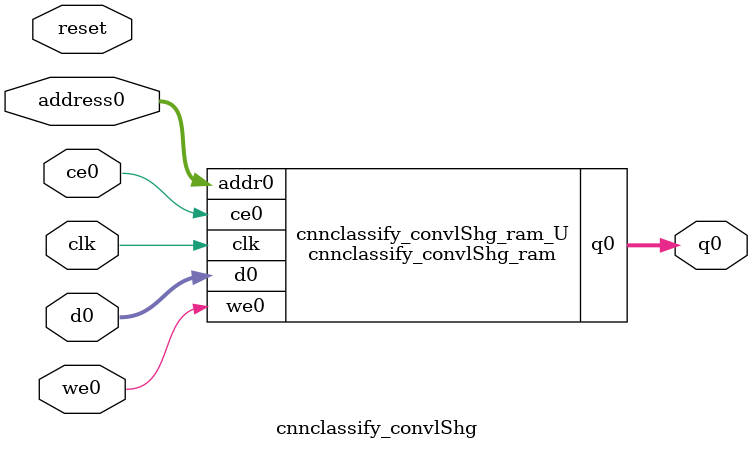
<source format=v>

`timescale 1 ns / 1 ps
module cnnclassify_convlShg_ram (addr0, ce0, d0, we0, q0,  clk);

parameter DWIDTH = 32;
parameter AWIDTH = 12;
parameter MEM_SIZE = 3456;

input[AWIDTH-1:0] addr0;
input ce0;
input[DWIDTH-1:0] d0;
input we0;
output reg[DWIDTH-1:0] q0;
input clk;

(* ram_style = "block" *)reg [DWIDTH-1:0] ram[0:MEM_SIZE-1];




always @(posedge clk)  
begin 
    if (ce0) 
    begin
        if (we0) 
        begin 
            ram[addr0] <= d0; 
            q0 <= d0;
        end 
        else 
            q0 <= ram[addr0];
    end
end


endmodule


`timescale 1 ns / 1 ps
module cnnclassify_convlShg(
    reset,
    clk,
    address0,
    ce0,
    we0,
    d0,
    q0);

parameter DataWidth = 32'd32;
parameter AddressRange = 32'd3456;
parameter AddressWidth = 32'd12;
input reset;
input clk;
input[AddressWidth - 1:0] address0;
input ce0;
input we0;
input[DataWidth - 1:0] d0;
output[DataWidth - 1:0] q0;



cnnclassify_convlShg_ram cnnclassify_convlShg_ram_U(
    .clk( clk ),
    .addr0( address0 ),
    .ce0( ce0 ),
    .we0( we0 ),
    .d0( d0 ),
    .q0( q0 ));

endmodule


</source>
